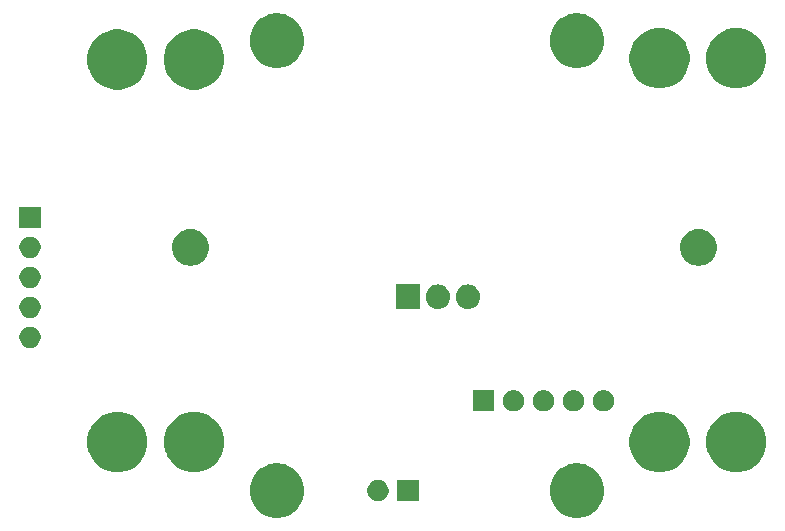
<source format=gbr>
G04 #@! TF.GenerationSoftware,KiCad,Pcbnew,(5.1.5)-3*
G04 #@! TF.CreationDate,2020-05-07T21:48:57-04:00*
G04 #@! TF.ProjectId,MOSFET Dummyload,4d4f5346-4554-4204-9475-6d6d796c6f61,rev?*
G04 #@! TF.SameCoordinates,Original*
G04 #@! TF.FileFunction,Soldermask,Bot*
G04 #@! TF.FilePolarity,Negative*
%FSLAX46Y46*%
G04 Gerber Fmt 4.6, Leading zero omitted, Abs format (unit mm)*
G04 Created by KiCad (PCBNEW (5.1.5)-3) date 2020-05-07 21:48:57*
%MOMM*%
%LPD*%
G04 APERTURE LIST*
%ADD10C,0.100000*%
G04 APERTURE END LIST*
D10*
G36*
X139285393Y-111830580D02*
G01*
X139571177Y-111887426D01*
X139989932Y-112060880D01*
X140366802Y-112312696D01*
X140687304Y-112633198D01*
X140939120Y-113010068D01*
X141112574Y-113428823D01*
X141201000Y-113873371D01*
X141201000Y-114326629D01*
X141112574Y-114771177D01*
X140939120Y-115189932D01*
X140687304Y-115566802D01*
X140366802Y-115887304D01*
X139989932Y-116139120D01*
X139571177Y-116312574D01*
X139348903Y-116356787D01*
X139126630Y-116401000D01*
X138673370Y-116401000D01*
X138451097Y-116356787D01*
X138228823Y-116312574D01*
X137810068Y-116139120D01*
X137433198Y-115887304D01*
X137112696Y-115566802D01*
X136860880Y-115189932D01*
X136687426Y-114771177D01*
X136599000Y-114326629D01*
X136599000Y-113873371D01*
X136687426Y-113428823D01*
X136860880Y-113010068D01*
X137112696Y-112633198D01*
X137433198Y-112312696D01*
X137810068Y-112060880D01*
X138228823Y-111887426D01*
X138514607Y-111830580D01*
X138673370Y-111799000D01*
X139126630Y-111799000D01*
X139285393Y-111830580D01*
G37*
G36*
X113885393Y-111830580D02*
G01*
X114171177Y-111887426D01*
X114589932Y-112060880D01*
X114966802Y-112312696D01*
X115287304Y-112633198D01*
X115539120Y-113010068D01*
X115712574Y-113428823D01*
X115801000Y-113873371D01*
X115801000Y-114326629D01*
X115712574Y-114771177D01*
X115539120Y-115189932D01*
X115287304Y-115566802D01*
X114966802Y-115887304D01*
X114589932Y-116139120D01*
X114171177Y-116312574D01*
X113948903Y-116356787D01*
X113726630Y-116401000D01*
X113273370Y-116401000D01*
X113051097Y-116356787D01*
X112828823Y-116312574D01*
X112410068Y-116139120D01*
X112033198Y-115887304D01*
X111712696Y-115566802D01*
X111460880Y-115189932D01*
X111287426Y-114771177D01*
X111199000Y-114326629D01*
X111199000Y-113873371D01*
X111287426Y-113428823D01*
X111460880Y-113010068D01*
X111712696Y-112633198D01*
X112033198Y-112312696D01*
X112410068Y-112060880D01*
X112828823Y-111887426D01*
X113114607Y-111830580D01*
X113273370Y-111799000D01*
X113726630Y-111799000D01*
X113885393Y-111830580D01*
G37*
G36*
X125501000Y-115001000D02*
G01*
X123699000Y-115001000D01*
X123699000Y-113199000D01*
X125501000Y-113199000D01*
X125501000Y-115001000D01*
G37*
G36*
X122173512Y-113203927D02*
G01*
X122322812Y-113233624D01*
X122486784Y-113301544D01*
X122634354Y-113400147D01*
X122759853Y-113525646D01*
X122858456Y-113673216D01*
X122926376Y-113837188D01*
X122961000Y-114011259D01*
X122961000Y-114188741D01*
X122926376Y-114362812D01*
X122858456Y-114526784D01*
X122759853Y-114674354D01*
X122634354Y-114799853D01*
X122486784Y-114898456D01*
X122322812Y-114966376D01*
X122173512Y-114996073D01*
X122148742Y-115001000D01*
X121971258Y-115001000D01*
X121946488Y-114996073D01*
X121797188Y-114966376D01*
X121633216Y-114898456D01*
X121485646Y-114799853D01*
X121360147Y-114674354D01*
X121261544Y-114526784D01*
X121193624Y-114362812D01*
X121159000Y-114188741D01*
X121159000Y-114011259D01*
X121193624Y-113837188D01*
X121261544Y-113673216D01*
X121360147Y-113525646D01*
X121485646Y-113400147D01*
X121633216Y-113301544D01*
X121797188Y-113233624D01*
X121946488Y-113203927D01*
X121971258Y-113199000D01*
X122148742Y-113199000D01*
X122173512Y-113203927D01*
G37*
G36*
X153144098Y-107547033D02*
G01*
X153608350Y-107739332D01*
X153608352Y-107739333D01*
X154026168Y-108018509D01*
X154381491Y-108373832D01*
X154516575Y-108576000D01*
X154660668Y-108791650D01*
X154852967Y-109255902D01*
X154951000Y-109748747D01*
X154951000Y-110251253D01*
X154852967Y-110744098D01*
X154731093Y-111038329D01*
X154660667Y-111208352D01*
X154381491Y-111626168D01*
X154026168Y-111981491D01*
X153608352Y-112260667D01*
X153608351Y-112260668D01*
X153608350Y-112260668D01*
X153144098Y-112452967D01*
X152651253Y-112551000D01*
X152148747Y-112551000D01*
X151655902Y-112452967D01*
X151191650Y-112260668D01*
X151191649Y-112260668D01*
X151191648Y-112260667D01*
X150773832Y-111981491D01*
X150418509Y-111626168D01*
X150139333Y-111208352D01*
X150068907Y-111038329D01*
X149947033Y-110744098D01*
X149849000Y-110251253D01*
X149849000Y-109748747D01*
X149947033Y-109255902D01*
X150139332Y-108791650D01*
X150283425Y-108576000D01*
X150418509Y-108373832D01*
X150773832Y-108018509D01*
X151191648Y-107739333D01*
X151191650Y-107739332D01*
X151655902Y-107547033D01*
X152148747Y-107449000D01*
X152651253Y-107449000D01*
X153144098Y-107547033D01*
G37*
G36*
X146644098Y-107547033D02*
G01*
X147108350Y-107739332D01*
X147108352Y-107739333D01*
X147526168Y-108018509D01*
X147881491Y-108373832D01*
X148016575Y-108576000D01*
X148160668Y-108791650D01*
X148352967Y-109255902D01*
X148451000Y-109748747D01*
X148451000Y-110251253D01*
X148352967Y-110744098D01*
X148231093Y-111038329D01*
X148160667Y-111208352D01*
X147881491Y-111626168D01*
X147526168Y-111981491D01*
X147108352Y-112260667D01*
X147108351Y-112260668D01*
X147108350Y-112260668D01*
X146644098Y-112452967D01*
X146151253Y-112551000D01*
X145648747Y-112551000D01*
X145155902Y-112452967D01*
X144691650Y-112260668D01*
X144691649Y-112260668D01*
X144691648Y-112260667D01*
X144273832Y-111981491D01*
X143918509Y-111626168D01*
X143639333Y-111208352D01*
X143568907Y-111038329D01*
X143447033Y-110744098D01*
X143349000Y-110251253D01*
X143349000Y-109748747D01*
X143447033Y-109255902D01*
X143639332Y-108791650D01*
X143783425Y-108576000D01*
X143918509Y-108373832D01*
X144273832Y-108018509D01*
X144691648Y-107739333D01*
X144691650Y-107739332D01*
X145155902Y-107547033D01*
X145648747Y-107449000D01*
X146151253Y-107449000D01*
X146644098Y-107547033D01*
G37*
G36*
X107244098Y-107547033D02*
G01*
X107708350Y-107739332D01*
X107708352Y-107739333D01*
X108126168Y-108018509D01*
X108481491Y-108373832D01*
X108616575Y-108576000D01*
X108760668Y-108791650D01*
X108952967Y-109255902D01*
X109051000Y-109748747D01*
X109051000Y-110251253D01*
X108952967Y-110744098D01*
X108831093Y-111038329D01*
X108760667Y-111208352D01*
X108481491Y-111626168D01*
X108126168Y-111981491D01*
X107708352Y-112260667D01*
X107708351Y-112260668D01*
X107708350Y-112260668D01*
X107244098Y-112452967D01*
X106751253Y-112551000D01*
X106248747Y-112551000D01*
X105755902Y-112452967D01*
X105291650Y-112260668D01*
X105291649Y-112260668D01*
X105291648Y-112260667D01*
X104873832Y-111981491D01*
X104518509Y-111626168D01*
X104239333Y-111208352D01*
X104168907Y-111038329D01*
X104047033Y-110744098D01*
X103949000Y-110251253D01*
X103949000Y-109748747D01*
X104047033Y-109255902D01*
X104239332Y-108791650D01*
X104383425Y-108576000D01*
X104518509Y-108373832D01*
X104873832Y-108018509D01*
X105291648Y-107739333D01*
X105291650Y-107739332D01*
X105755902Y-107547033D01*
X106248747Y-107449000D01*
X106751253Y-107449000D01*
X107244098Y-107547033D01*
G37*
G36*
X100744098Y-107547033D02*
G01*
X101208350Y-107739332D01*
X101208352Y-107739333D01*
X101626168Y-108018509D01*
X101981491Y-108373832D01*
X102116575Y-108576000D01*
X102260668Y-108791650D01*
X102452967Y-109255902D01*
X102551000Y-109748747D01*
X102551000Y-110251253D01*
X102452967Y-110744098D01*
X102331093Y-111038329D01*
X102260667Y-111208352D01*
X101981491Y-111626168D01*
X101626168Y-111981491D01*
X101208352Y-112260667D01*
X101208351Y-112260668D01*
X101208350Y-112260668D01*
X100744098Y-112452967D01*
X100251253Y-112551000D01*
X99748747Y-112551000D01*
X99255902Y-112452967D01*
X98791650Y-112260668D01*
X98791649Y-112260668D01*
X98791648Y-112260667D01*
X98373832Y-111981491D01*
X98018509Y-111626168D01*
X97739333Y-111208352D01*
X97668907Y-111038329D01*
X97547033Y-110744098D01*
X97449000Y-110251253D01*
X97449000Y-109748747D01*
X97547033Y-109255902D01*
X97739332Y-108791650D01*
X97883425Y-108576000D01*
X98018509Y-108373832D01*
X98373832Y-108018509D01*
X98791648Y-107739333D01*
X98791650Y-107739332D01*
X99255902Y-107547033D01*
X99748747Y-107449000D01*
X100251253Y-107449000D01*
X100744098Y-107547033D01*
G37*
G36*
X141273512Y-105603927D02*
G01*
X141422812Y-105633624D01*
X141586784Y-105701544D01*
X141734354Y-105800147D01*
X141859853Y-105925646D01*
X141958456Y-106073216D01*
X142026376Y-106237188D01*
X142061000Y-106411259D01*
X142061000Y-106588741D01*
X142026376Y-106762812D01*
X141958456Y-106926784D01*
X141859853Y-107074354D01*
X141734354Y-107199853D01*
X141586784Y-107298456D01*
X141422812Y-107366376D01*
X141273512Y-107396073D01*
X141248742Y-107401000D01*
X141071258Y-107401000D01*
X141046488Y-107396073D01*
X140897188Y-107366376D01*
X140733216Y-107298456D01*
X140585646Y-107199853D01*
X140460147Y-107074354D01*
X140361544Y-106926784D01*
X140293624Y-106762812D01*
X140259000Y-106588741D01*
X140259000Y-106411259D01*
X140293624Y-106237188D01*
X140361544Y-106073216D01*
X140460147Y-105925646D01*
X140585646Y-105800147D01*
X140733216Y-105701544D01*
X140897188Y-105633624D01*
X141046488Y-105603927D01*
X141071258Y-105599000D01*
X141248742Y-105599000D01*
X141273512Y-105603927D01*
G37*
G36*
X138733512Y-105603927D02*
G01*
X138882812Y-105633624D01*
X139046784Y-105701544D01*
X139194354Y-105800147D01*
X139319853Y-105925646D01*
X139418456Y-106073216D01*
X139486376Y-106237188D01*
X139521000Y-106411259D01*
X139521000Y-106588741D01*
X139486376Y-106762812D01*
X139418456Y-106926784D01*
X139319853Y-107074354D01*
X139194354Y-107199853D01*
X139046784Y-107298456D01*
X138882812Y-107366376D01*
X138733512Y-107396073D01*
X138708742Y-107401000D01*
X138531258Y-107401000D01*
X138506488Y-107396073D01*
X138357188Y-107366376D01*
X138193216Y-107298456D01*
X138045646Y-107199853D01*
X137920147Y-107074354D01*
X137821544Y-106926784D01*
X137753624Y-106762812D01*
X137719000Y-106588741D01*
X137719000Y-106411259D01*
X137753624Y-106237188D01*
X137821544Y-106073216D01*
X137920147Y-105925646D01*
X138045646Y-105800147D01*
X138193216Y-105701544D01*
X138357188Y-105633624D01*
X138506488Y-105603927D01*
X138531258Y-105599000D01*
X138708742Y-105599000D01*
X138733512Y-105603927D01*
G37*
G36*
X131901000Y-107401000D02*
G01*
X130099000Y-107401000D01*
X130099000Y-105599000D01*
X131901000Y-105599000D01*
X131901000Y-107401000D01*
G37*
G36*
X133653512Y-105603927D02*
G01*
X133802812Y-105633624D01*
X133966784Y-105701544D01*
X134114354Y-105800147D01*
X134239853Y-105925646D01*
X134338456Y-106073216D01*
X134406376Y-106237188D01*
X134441000Y-106411259D01*
X134441000Y-106588741D01*
X134406376Y-106762812D01*
X134338456Y-106926784D01*
X134239853Y-107074354D01*
X134114354Y-107199853D01*
X133966784Y-107298456D01*
X133802812Y-107366376D01*
X133653512Y-107396073D01*
X133628742Y-107401000D01*
X133451258Y-107401000D01*
X133426488Y-107396073D01*
X133277188Y-107366376D01*
X133113216Y-107298456D01*
X132965646Y-107199853D01*
X132840147Y-107074354D01*
X132741544Y-106926784D01*
X132673624Y-106762812D01*
X132639000Y-106588741D01*
X132639000Y-106411259D01*
X132673624Y-106237188D01*
X132741544Y-106073216D01*
X132840147Y-105925646D01*
X132965646Y-105800147D01*
X133113216Y-105701544D01*
X133277188Y-105633624D01*
X133426488Y-105603927D01*
X133451258Y-105599000D01*
X133628742Y-105599000D01*
X133653512Y-105603927D01*
G37*
G36*
X136193512Y-105603927D02*
G01*
X136342812Y-105633624D01*
X136506784Y-105701544D01*
X136654354Y-105800147D01*
X136779853Y-105925646D01*
X136878456Y-106073216D01*
X136946376Y-106237188D01*
X136981000Y-106411259D01*
X136981000Y-106588741D01*
X136946376Y-106762812D01*
X136878456Y-106926784D01*
X136779853Y-107074354D01*
X136654354Y-107199853D01*
X136506784Y-107298456D01*
X136342812Y-107366376D01*
X136193512Y-107396073D01*
X136168742Y-107401000D01*
X135991258Y-107401000D01*
X135966488Y-107396073D01*
X135817188Y-107366376D01*
X135653216Y-107298456D01*
X135505646Y-107199853D01*
X135380147Y-107074354D01*
X135281544Y-106926784D01*
X135213624Y-106762812D01*
X135179000Y-106588741D01*
X135179000Y-106411259D01*
X135213624Y-106237188D01*
X135281544Y-106073216D01*
X135380147Y-105925646D01*
X135505646Y-105800147D01*
X135653216Y-105701544D01*
X135817188Y-105633624D01*
X135966488Y-105603927D01*
X135991258Y-105599000D01*
X136168742Y-105599000D01*
X136193512Y-105603927D01*
G37*
G36*
X92713512Y-100223927D02*
G01*
X92862812Y-100253624D01*
X93026784Y-100321544D01*
X93174354Y-100420147D01*
X93299853Y-100545646D01*
X93398456Y-100693216D01*
X93466376Y-100857188D01*
X93501000Y-101031259D01*
X93501000Y-101208741D01*
X93466376Y-101382812D01*
X93398456Y-101546784D01*
X93299853Y-101694354D01*
X93174354Y-101819853D01*
X93026784Y-101918456D01*
X92862812Y-101986376D01*
X92713512Y-102016073D01*
X92688742Y-102021000D01*
X92511258Y-102021000D01*
X92486488Y-102016073D01*
X92337188Y-101986376D01*
X92173216Y-101918456D01*
X92025646Y-101819853D01*
X91900147Y-101694354D01*
X91801544Y-101546784D01*
X91733624Y-101382812D01*
X91699000Y-101208741D01*
X91699000Y-101031259D01*
X91733624Y-100857188D01*
X91801544Y-100693216D01*
X91900147Y-100545646D01*
X92025646Y-100420147D01*
X92173216Y-100321544D01*
X92337188Y-100253624D01*
X92486488Y-100223927D01*
X92511258Y-100219000D01*
X92688742Y-100219000D01*
X92713512Y-100223927D01*
G37*
G36*
X92713512Y-97683927D02*
G01*
X92862812Y-97713624D01*
X93026784Y-97781544D01*
X93174354Y-97880147D01*
X93299853Y-98005646D01*
X93398456Y-98153216D01*
X93466376Y-98317188D01*
X93501000Y-98491259D01*
X93501000Y-98668741D01*
X93466376Y-98842812D01*
X93398456Y-99006784D01*
X93299853Y-99154354D01*
X93174354Y-99279853D01*
X93026784Y-99378456D01*
X92862812Y-99446376D01*
X92713512Y-99476073D01*
X92688742Y-99481000D01*
X92511258Y-99481000D01*
X92486488Y-99476073D01*
X92337188Y-99446376D01*
X92173216Y-99378456D01*
X92025646Y-99279853D01*
X91900147Y-99154354D01*
X91801544Y-99006784D01*
X91733624Y-98842812D01*
X91699000Y-98668741D01*
X91699000Y-98491259D01*
X91733624Y-98317188D01*
X91801544Y-98153216D01*
X91900147Y-98005646D01*
X92025646Y-97880147D01*
X92173216Y-97781544D01*
X92337188Y-97713624D01*
X92486488Y-97683927D01*
X92511258Y-97679000D01*
X92688742Y-97679000D01*
X92713512Y-97683927D01*
G37*
G36*
X127336719Y-96663520D02*
G01*
X127525880Y-96720901D01*
X127525883Y-96720902D01*
X127618333Y-96770318D01*
X127700212Y-96814083D01*
X127853015Y-96939485D01*
X127978417Y-97092288D01*
X128071599Y-97266619D01*
X128128980Y-97455780D01*
X128143500Y-97603206D01*
X128143500Y-97796793D01*
X128128980Y-97944219D01*
X128110346Y-98005646D01*
X128071598Y-98133383D01*
X128022182Y-98225833D01*
X127978417Y-98307712D01*
X127853015Y-98460515D01*
X127700212Y-98585917D01*
X127525881Y-98679099D01*
X127336720Y-98736480D01*
X127140000Y-98755855D01*
X126943281Y-98736480D01*
X126754120Y-98679099D01*
X126579788Y-98585917D01*
X126426985Y-98460515D01*
X126301583Y-98307712D01*
X126208401Y-98133381D01*
X126151020Y-97944220D01*
X126136500Y-97796794D01*
X126136500Y-97603207D01*
X126151020Y-97455781D01*
X126208401Y-97266620D01*
X126208402Y-97266617D01*
X126257818Y-97174167D01*
X126301583Y-97092288D01*
X126426985Y-96939485D01*
X126579788Y-96814083D01*
X126754119Y-96720901D01*
X126943280Y-96663520D01*
X127140000Y-96644145D01*
X127336719Y-96663520D01*
G37*
G36*
X129876719Y-96663520D02*
G01*
X130065880Y-96720901D01*
X130065883Y-96720902D01*
X130158333Y-96770318D01*
X130240212Y-96814083D01*
X130393015Y-96939485D01*
X130518417Y-97092288D01*
X130611599Y-97266619D01*
X130668980Y-97455780D01*
X130683500Y-97603206D01*
X130683500Y-97796793D01*
X130668980Y-97944219D01*
X130650346Y-98005646D01*
X130611598Y-98133383D01*
X130562182Y-98225833D01*
X130518417Y-98307712D01*
X130393015Y-98460515D01*
X130240212Y-98585917D01*
X130065881Y-98679099D01*
X129876720Y-98736480D01*
X129680000Y-98755855D01*
X129483281Y-98736480D01*
X129294120Y-98679099D01*
X129119788Y-98585917D01*
X128966985Y-98460515D01*
X128841583Y-98307712D01*
X128748401Y-98133381D01*
X128691020Y-97944220D01*
X128676500Y-97796794D01*
X128676500Y-97603207D01*
X128691020Y-97455781D01*
X128748401Y-97266620D01*
X128748402Y-97266617D01*
X128797818Y-97174167D01*
X128841583Y-97092288D01*
X128966985Y-96939485D01*
X129119788Y-96814083D01*
X129294119Y-96720901D01*
X129483280Y-96663520D01*
X129680000Y-96644145D01*
X129876719Y-96663520D01*
G37*
G36*
X125603500Y-98751000D02*
G01*
X123596500Y-98751000D01*
X123596500Y-96649000D01*
X125603500Y-96649000D01*
X125603500Y-98751000D01*
G37*
G36*
X92713512Y-95143927D02*
G01*
X92862812Y-95173624D01*
X93026784Y-95241544D01*
X93174354Y-95340147D01*
X93299853Y-95465646D01*
X93398456Y-95613216D01*
X93466376Y-95777188D01*
X93501000Y-95951259D01*
X93501000Y-96128741D01*
X93466376Y-96302812D01*
X93398456Y-96466784D01*
X93299853Y-96614354D01*
X93174354Y-96739853D01*
X93026784Y-96838456D01*
X92862812Y-96906376D01*
X92713512Y-96936073D01*
X92688742Y-96941000D01*
X92511258Y-96941000D01*
X92486488Y-96936073D01*
X92337188Y-96906376D01*
X92173216Y-96838456D01*
X92025646Y-96739853D01*
X91900147Y-96614354D01*
X91801544Y-96466784D01*
X91733624Y-96302812D01*
X91699000Y-96128741D01*
X91699000Y-95951259D01*
X91733624Y-95777188D01*
X91801544Y-95613216D01*
X91900147Y-95465646D01*
X92025646Y-95340147D01*
X92173216Y-95241544D01*
X92337188Y-95173624D01*
X92486488Y-95143927D01*
X92511258Y-95139000D01*
X92688742Y-95139000D01*
X92713512Y-95143927D01*
G37*
G36*
X149502585Y-91978802D02*
G01*
X149652410Y-92008604D01*
X149934674Y-92125521D01*
X150188705Y-92295259D01*
X150404741Y-92511295D01*
X150574479Y-92765326D01*
X150691396Y-93047590D01*
X150751000Y-93347240D01*
X150751000Y-93652760D01*
X150691396Y-93952410D01*
X150574479Y-94234674D01*
X150404741Y-94488705D01*
X150188705Y-94704741D01*
X149934674Y-94874479D01*
X149652410Y-94991396D01*
X149502585Y-95021198D01*
X149352761Y-95051000D01*
X149047239Y-95051000D01*
X148897415Y-95021198D01*
X148747590Y-94991396D01*
X148465326Y-94874479D01*
X148211295Y-94704741D01*
X147995259Y-94488705D01*
X147825521Y-94234674D01*
X147708604Y-93952410D01*
X147649000Y-93652760D01*
X147649000Y-93347240D01*
X147708604Y-93047590D01*
X147825521Y-92765326D01*
X147995259Y-92511295D01*
X148211295Y-92295259D01*
X148465326Y-92125521D01*
X148747590Y-92008604D01*
X148897415Y-91978802D01*
X149047239Y-91949000D01*
X149352761Y-91949000D01*
X149502585Y-91978802D01*
G37*
G36*
X106502585Y-91978802D02*
G01*
X106652410Y-92008604D01*
X106934674Y-92125521D01*
X107188705Y-92295259D01*
X107404741Y-92511295D01*
X107574479Y-92765326D01*
X107691396Y-93047590D01*
X107751000Y-93347240D01*
X107751000Y-93652760D01*
X107691396Y-93952410D01*
X107574479Y-94234674D01*
X107404741Y-94488705D01*
X107188705Y-94704741D01*
X106934674Y-94874479D01*
X106652410Y-94991396D01*
X106502585Y-95021198D01*
X106352761Y-95051000D01*
X106047239Y-95051000D01*
X105897415Y-95021198D01*
X105747590Y-94991396D01*
X105465326Y-94874479D01*
X105211295Y-94704741D01*
X104995259Y-94488705D01*
X104825521Y-94234674D01*
X104708604Y-93952410D01*
X104649000Y-93652760D01*
X104649000Y-93347240D01*
X104708604Y-93047590D01*
X104825521Y-92765326D01*
X104995259Y-92511295D01*
X105211295Y-92295259D01*
X105465326Y-92125521D01*
X105747590Y-92008604D01*
X105897415Y-91978802D01*
X106047239Y-91949000D01*
X106352761Y-91949000D01*
X106502585Y-91978802D01*
G37*
G36*
X92713512Y-92603927D02*
G01*
X92862812Y-92633624D01*
X93026784Y-92701544D01*
X93174354Y-92800147D01*
X93299853Y-92925646D01*
X93398456Y-93073216D01*
X93466376Y-93237188D01*
X93501000Y-93411259D01*
X93501000Y-93588741D01*
X93466376Y-93762812D01*
X93398456Y-93926784D01*
X93299853Y-94074354D01*
X93174354Y-94199853D01*
X93026784Y-94298456D01*
X92862812Y-94366376D01*
X92713512Y-94396073D01*
X92688742Y-94401000D01*
X92511258Y-94401000D01*
X92486488Y-94396073D01*
X92337188Y-94366376D01*
X92173216Y-94298456D01*
X92025646Y-94199853D01*
X91900147Y-94074354D01*
X91801544Y-93926784D01*
X91733624Y-93762812D01*
X91699000Y-93588741D01*
X91699000Y-93411259D01*
X91733624Y-93237188D01*
X91801544Y-93073216D01*
X91900147Y-92925646D01*
X92025646Y-92800147D01*
X92173216Y-92701544D01*
X92337188Y-92633624D01*
X92486488Y-92603927D01*
X92511258Y-92599000D01*
X92688742Y-92599000D01*
X92713512Y-92603927D01*
G37*
G36*
X93501000Y-91861000D02*
G01*
X91699000Y-91861000D01*
X91699000Y-90059000D01*
X93501000Y-90059000D01*
X93501000Y-91861000D01*
G37*
G36*
X107244098Y-75147033D02*
G01*
X107708350Y-75339332D01*
X107708352Y-75339333D01*
X108126168Y-75618509D01*
X108481491Y-75973832D01*
X108760667Y-76391648D01*
X108760668Y-76391650D01*
X108952967Y-76855902D01*
X109051000Y-77348747D01*
X109051000Y-77851253D01*
X108952967Y-78344098D01*
X108841917Y-78612196D01*
X108760667Y-78808352D01*
X108481491Y-79226168D01*
X108126168Y-79581491D01*
X107708352Y-79860667D01*
X107708351Y-79860668D01*
X107708350Y-79860668D01*
X107244098Y-80052967D01*
X106751253Y-80151000D01*
X106248747Y-80151000D01*
X105755902Y-80052967D01*
X105291650Y-79860668D01*
X105291649Y-79860668D01*
X105291648Y-79860667D01*
X104873832Y-79581491D01*
X104518509Y-79226168D01*
X104239333Y-78808352D01*
X104158083Y-78612196D01*
X104047033Y-78344098D01*
X103949000Y-77851253D01*
X103949000Y-77348747D01*
X104047033Y-76855902D01*
X104239332Y-76391650D01*
X104239333Y-76391648D01*
X104518509Y-75973832D01*
X104873832Y-75618509D01*
X105291648Y-75339333D01*
X105291650Y-75339332D01*
X105755902Y-75147033D01*
X106248747Y-75049000D01*
X106751253Y-75049000D01*
X107244098Y-75147033D01*
G37*
G36*
X100744098Y-75147033D02*
G01*
X101208350Y-75339332D01*
X101208352Y-75339333D01*
X101626168Y-75618509D01*
X101981491Y-75973832D01*
X102260667Y-76391648D01*
X102260668Y-76391650D01*
X102452967Y-76855902D01*
X102551000Y-77348747D01*
X102551000Y-77851253D01*
X102452967Y-78344098D01*
X102341917Y-78612196D01*
X102260667Y-78808352D01*
X101981491Y-79226168D01*
X101626168Y-79581491D01*
X101208352Y-79860667D01*
X101208351Y-79860668D01*
X101208350Y-79860668D01*
X100744098Y-80052967D01*
X100251253Y-80151000D01*
X99748747Y-80151000D01*
X99255902Y-80052967D01*
X98791650Y-79860668D01*
X98791649Y-79860668D01*
X98791648Y-79860667D01*
X98373832Y-79581491D01*
X98018509Y-79226168D01*
X97739333Y-78808352D01*
X97658083Y-78612196D01*
X97547033Y-78344098D01*
X97449000Y-77851253D01*
X97449000Y-77348747D01*
X97547033Y-76855902D01*
X97739332Y-76391650D01*
X97739333Y-76391648D01*
X98018509Y-75973832D01*
X98373832Y-75618509D01*
X98791648Y-75339333D01*
X98791650Y-75339332D01*
X99255902Y-75147033D01*
X99748747Y-75049000D01*
X100251253Y-75049000D01*
X100744098Y-75147033D01*
G37*
G36*
X153144098Y-75047033D02*
G01*
X153608350Y-75239332D01*
X153608352Y-75239333D01*
X154026168Y-75518509D01*
X154381491Y-75873832D01*
X154617223Y-76226630D01*
X154660668Y-76291650D01*
X154852967Y-76755902D01*
X154951000Y-77248747D01*
X154951000Y-77751253D01*
X154852967Y-78244098D01*
X154666499Y-78694273D01*
X154660667Y-78708352D01*
X154381491Y-79126168D01*
X154026168Y-79481491D01*
X153608352Y-79760667D01*
X153608351Y-79760668D01*
X153608350Y-79760668D01*
X153144098Y-79952967D01*
X152651253Y-80051000D01*
X152148747Y-80051000D01*
X151655902Y-79952967D01*
X151191650Y-79760668D01*
X151191649Y-79760668D01*
X151191648Y-79760667D01*
X150773832Y-79481491D01*
X150418509Y-79126168D01*
X150139333Y-78708352D01*
X150133501Y-78694273D01*
X149947033Y-78244098D01*
X149849000Y-77751253D01*
X149849000Y-77248747D01*
X149947033Y-76755902D01*
X150139332Y-76291650D01*
X150182777Y-76226630D01*
X150418509Y-75873832D01*
X150773832Y-75518509D01*
X151191648Y-75239333D01*
X151191650Y-75239332D01*
X151655902Y-75047033D01*
X152148747Y-74949000D01*
X152651253Y-74949000D01*
X153144098Y-75047033D01*
G37*
G36*
X146644098Y-75047033D02*
G01*
X147108350Y-75239332D01*
X147108352Y-75239333D01*
X147526168Y-75518509D01*
X147881491Y-75873832D01*
X148117223Y-76226630D01*
X148160668Y-76291650D01*
X148352967Y-76755902D01*
X148451000Y-77248747D01*
X148451000Y-77751253D01*
X148352967Y-78244098D01*
X148166499Y-78694273D01*
X148160667Y-78708352D01*
X147881491Y-79126168D01*
X147526168Y-79481491D01*
X147108352Y-79760667D01*
X147108351Y-79760668D01*
X147108350Y-79760668D01*
X146644098Y-79952967D01*
X146151253Y-80051000D01*
X145648747Y-80051000D01*
X145155902Y-79952967D01*
X144691650Y-79760668D01*
X144691649Y-79760668D01*
X144691648Y-79760667D01*
X144273832Y-79481491D01*
X143918509Y-79126168D01*
X143639333Y-78708352D01*
X143633501Y-78694273D01*
X143447033Y-78244098D01*
X143349000Y-77751253D01*
X143349000Y-77248747D01*
X143447033Y-76755902D01*
X143639332Y-76291650D01*
X143682777Y-76226630D01*
X143918509Y-75873832D01*
X144273832Y-75518509D01*
X144691648Y-75239333D01*
X144691650Y-75239332D01*
X145155902Y-75047033D01*
X145648747Y-74949000D01*
X146151253Y-74949000D01*
X146644098Y-75047033D01*
G37*
G36*
X139348903Y-73743213D02*
G01*
X139571177Y-73787426D01*
X139989932Y-73960880D01*
X140366802Y-74212696D01*
X140687304Y-74533198D01*
X140939120Y-74910068D01*
X141112574Y-75328823D01*
X141121697Y-75374686D01*
X141201000Y-75773370D01*
X141201000Y-76226630D01*
X141182707Y-76318595D01*
X141112574Y-76671177D01*
X140939120Y-77089932D01*
X140687304Y-77466802D01*
X140366802Y-77787304D01*
X139989932Y-78039120D01*
X139571177Y-78212574D01*
X139412695Y-78244098D01*
X139126630Y-78301000D01*
X138673370Y-78301000D01*
X138387305Y-78244098D01*
X138228823Y-78212574D01*
X137810068Y-78039120D01*
X137433198Y-77787304D01*
X137112696Y-77466802D01*
X136860880Y-77089932D01*
X136687426Y-76671177D01*
X136617293Y-76318595D01*
X136599000Y-76226630D01*
X136599000Y-75773370D01*
X136678303Y-75374686D01*
X136687426Y-75328823D01*
X136860880Y-74910068D01*
X137112696Y-74533198D01*
X137433198Y-74212696D01*
X137810068Y-73960880D01*
X138228823Y-73787426D01*
X138451097Y-73743213D01*
X138673370Y-73699000D01*
X139126630Y-73699000D01*
X139348903Y-73743213D01*
G37*
G36*
X113948903Y-73743213D02*
G01*
X114171177Y-73787426D01*
X114589932Y-73960880D01*
X114966802Y-74212696D01*
X115287304Y-74533198D01*
X115539120Y-74910068D01*
X115712574Y-75328823D01*
X115721697Y-75374686D01*
X115801000Y-75773370D01*
X115801000Y-76226630D01*
X115782707Y-76318595D01*
X115712574Y-76671177D01*
X115539120Y-77089932D01*
X115287304Y-77466802D01*
X114966802Y-77787304D01*
X114589932Y-78039120D01*
X114171177Y-78212574D01*
X114012695Y-78244098D01*
X113726630Y-78301000D01*
X113273370Y-78301000D01*
X112987305Y-78244098D01*
X112828823Y-78212574D01*
X112410068Y-78039120D01*
X112033198Y-77787304D01*
X111712696Y-77466802D01*
X111460880Y-77089932D01*
X111287426Y-76671177D01*
X111217293Y-76318595D01*
X111199000Y-76226630D01*
X111199000Y-75773370D01*
X111278303Y-75374686D01*
X111287426Y-75328823D01*
X111460880Y-74910068D01*
X111712696Y-74533198D01*
X112033198Y-74212696D01*
X112410068Y-73960880D01*
X112828823Y-73787426D01*
X113051097Y-73743213D01*
X113273370Y-73699000D01*
X113726630Y-73699000D01*
X113948903Y-73743213D01*
G37*
M02*

</source>
